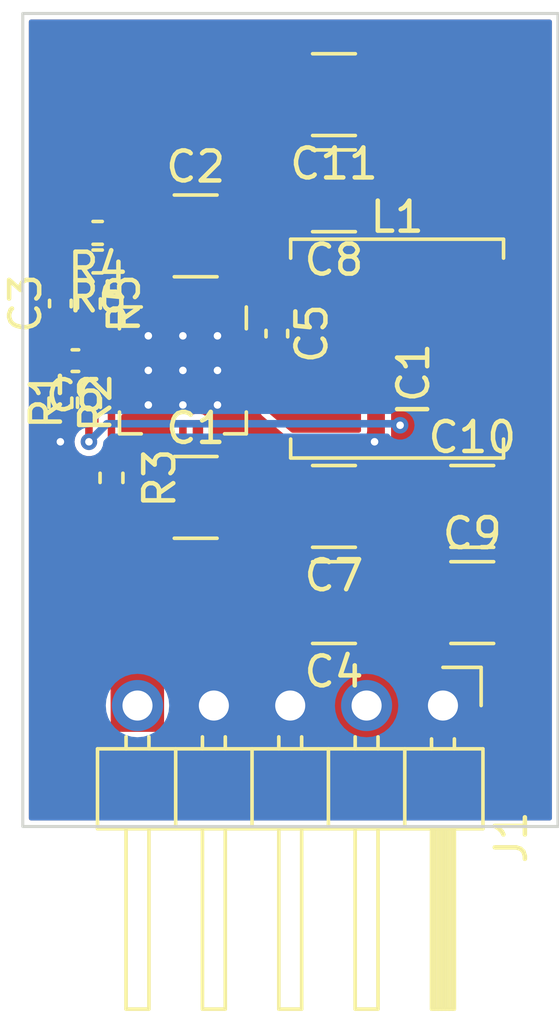
<source format=kicad_pcb>
(kicad_pcb (version 20221018) (generator pcbnew)
  (layers (0 "F.Cu" power) (1 "In1.Cu" signal) (2 "In2.Cu" signal) (31 "B.Cu" power) (34 "B.Paste" user) (35 "F.Paste" user) (36 "B.SilkS" user "B.Silkscreen") (37 "F.SilkS" user "F.Silkscreen") (38 "B.Mask" user) (39 "F.Mask" user) (44 "Edge.Cuts" user))
  (net 0 "")
  (net 1 "/Vin")
  (net 2 "GND")
  (net 3 "Net-(IC1-INTVCC)")
  (net 4 "/Vout")
  (net 5 "Net-(IC1-BST)")
  (net 6 "Net-(C5-Pad2)")
  (net 7 "Net-(IC1-SS)")
  (net 8 "Net-(IC1-RESET)")
  (net 9 "Net-(IC1-FB)")
  (net 10 "Net-(IC1-RT)")
  (net 13 "Net-(IC1-EN{slash}UVLO)")
  (footprint "Resistor_SMD:R_0402_1005Metric" (layer "F.Cu") (at 102.49 107.3 180)
    (fp_text reference "R4" (at 0 -1.17) (layer "F.SilkS"))
    (fp_text value "R")
    (fp_line (start -0.153641 -0.38) (end 0.153641 -0.38) (stroke (width 0.12)) (layer "F.SilkS"))
    (fp_line (start -0.153641 0.38) (end 0.153641 0.38) (stroke (width 0.12)) (layer "F.SilkS"))
    (pad "1" smd roundrect (at -0.51 0 180) (size 0.54 0.64) (layers "F.Cu" "F.Paste" "F.Mask") (net 1 "/Vin"))
    (pad "2" smd roundrect (at 0.51 0 180) (size 0.54 0.64) (layers "F.Cu" "F.Paste" "F.Mask") (net 13 "Net-(IC1-EN{slash}UVLO)"))
  )
  (footprint "Capacitor_SMD:C_1210_3225Metric" (layer "F.Cu") (at 114.95 119.6)
    (fp_text reference "C9" (at 0 -2.3) (layer "F.SilkS"))
    (fp_text value "C")
    (fp_line (start -0.711252 -1.36) (end 0.711252 -1.36) (stroke (width 0.12)) (layer "F.SilkS"))
    (fp_line (start -0.711252 1.36) (end 0.711252 1.36) (stroke (width 0.12)) (layer "F.SilkS"))
    (pad "1" smd roundrect (at -1.475 0) (size 1.15 2.7) (layers "F.Cu" "F.Paste" "F.Mask") (roundrect_rratio 0.217391) (net 4 "/Vout"))
    (pad "2" smd roundrect (at 1.475 0) (size 1.15 2.7) (layers "F.Cu" "F.Paste" "F.Mask") (roundrect_rratio 0.217391) (net 2 "GND"))
  )
  (footprint "Capacitor_SMD:C_1210_3225Metric" (layer "F.Cu") (at 110.35 119.6 180)
    (fp_text reference "C4" (at 0 -2.3) (layer "F.SilkS"))
    (fp_text value "C")
    (fp_line (start -0.711252 -1.36) (end 0.711252 -1.36) (stroke (width 0.12)) (layer "F.SilkS"))
    (fp_line (start -0.711252 1.36) (end 0.711252 1.36) (stroke (width 0.12)) (layer "F.SilkS"))
    (pad "1" smd roundrect (at -1.475 0 180) (size 1.15 2.7) (layers "F.Cu" "F.Paste" "F.Mask") (roundrect_rratio 0.217391) (net 4 "/Vout"))
    (pad "2" smd roundrect (at 1.475 0 180) (size 1.15 2.7) (layers "F.Cu" "F.Paste" "F.Mask") (roundrect_rratio 0.217391) (net 2 "GND"))
  )
  (footprint "Resistor_SMD:R_0402_1005Metric" (layer "F.Cu") (at 102.49 108.25 180)
    (fp_text reference "R6" (at 0 -1.17) (layer "F.SilkS"))
    (fp_text value "R")
    (fp_line (start -0.153641 -0.38) (end 0.153641 -0.38) (stroke (width 0.12)) (layer "F.SilkS"))
    (fp_line (start -0.153641 0.38) (end 0.153641 0.38) (stroke (width 0.12)) (layer "F.SilkS"))
    (pad "1" smd roundrect (at -0.51 0 180) (size 0.54 0.64) (layers "F.Cu" "F.Paste" "F.Mask") (net 13 "Net-(IC1-EN{slash}UVLO)"))
    (pad "2" smd roundrect (at 0.51 0 180) (size 0.54 0.64) (layers "F.Cu" "F.Paste" "F.Mask") (net 2 "GND"))
  )
  (footprint "Capacitor_SMD:C_1210_3225Metric" (layer "F.Cu") (at 110.35 105.9 180)
    (fp_text reference "C8" (at 0 -2.3) (layer "F.SilkS"))
    (fp_text value "C")
    (fp_line (start -0.711252 -1.36) (end 0.711252 -1.36) (stroke (width 0.12)) (layer "F.SilkS"))
    (fp_line (start -0.711252 1.36) (end 0.711252 1.36) (stroke (width 0.12)) (layer "F.SilkS"))
    (pad "1" smd roundrect (at -1.475 0 180) (size 1.15 2.7) (layers "F.Cu" "F.Paste" "F.Mask") (roundrect_rratio 0.217391) (net 4 "/Vout"))
    (pad "2" smd roundrect (at 1.475 0 180) (size 1.15 2.7) (layers "F.Cu" "F.Paste" "F.Mask") (roundrect_rratio 0.217391) (net 2 "GND"))
  )
  (footprint "Inductor_SMD:L_Coilcraft_XAL6060-XXX" (layer "F.Cu") (at 112.45 111.15)
    (fp_text reference "L1" (at 0 -4.38) (layer "F.SilkS"))
    (fp_text value "L" hide)
    (fp_line (start -3.54 -3.64) (end -3.54 -3.01) (stroke (width 0.12)) (layer "F.SilkS"))
    (fp_line (start -3.54 -3.64) (end 3.54 -3.64) (stroke (width 0.12)) (layer "F.SilkS"))
    (fp_line (start -3.54 3.64) (end -3.54 3.01) (stroke (width 0.12)) (layer "F.SilkS"))
    (fp_line (start -3.54 3.64) (end 3.54 3.64) (stroke (width 0.12)) (layer "F.SilkS"))
    (fp_line (start 3.54 -3.64) (end 3.54 -3.01) (stroke (width 0.12)) (layer "F.SilkS"))
    (fp_line (start 3.54 3.64) (end 3.54 3.01) (stroke (width 0.12)) (layer "F.SilkS"))
    (pad "1" smd rect (at -2.02 0) (size 1.43 5.5) (layers "F.Cu" "F.Paste" "F.Mask") (net 6 "Net-(C5-Pad2)"))
    (pad "2" smd rect (at 2.02 0) (size 1.43 5.5) (layers "F.Cu" "F.Paste" "F.Mask") (net 4 "/Vout"))
  )
  (footprint "Resistor_SMD:R_0402_1005Metric" (layer "F.Cu") (at 102.2 109.65 -90)
    (fp_text reference "R5" (at 0 -1.17 90) (layer "F.SilkS"))
    (fp_text value "R" hide)
    (fp_line (start -0.153641 -0.38) (end 0.153641 -0.38) (stroke (width 0.12)) (layer "F.SilkS"))
    (fp_line (start -0.153641 0.38) (end 0.153641 0.38) (stroke (width 0.12)) (layer "F.SilkS"))
    (pad "1" smd roundrect (at -0.51 0 270) (size 0.54 0.64) (layers "F.Cu" "F.Paste" "F.Mask") (net 8 "Net-(IC1-RESET)"))
    (pad "2" smd roundrect (at 0.51 0 270) (size 0.54 0.64) (layers "F.Cu" "F.Paste" "F.Mask") (net 3 "Net-(IC1-INTVCC)"))
  )
  (footprint "Capacitor_SMD:C_1210_3225Metric" (layer "F.Cu") (at 114.95 116.4)
    (fp_text reference "C10" (at 0 -2.3) (layer "F.SilkS"))
    (fp_text value "C")
    (fp_line (start -0.711252 -1.36) (end 0.711252 -1.36) (stroke (width 0.12)) (layer "F.SilkS"))
    (fp_line (start -0.711252 1.36) (end 0.711252 1.36) (stroke (width 0.12)) (layer "F.SilkS"))
    (pad "1" smd roundrect (at -1.475 0) (size 1.15 2.7) (layers "F.Cu" "F.Paste" "F.Mask") (roundrect_rratio 0.217391) (net 4 "/Vout"))
    (pad "2" smd roundrect (at 1.475 0) (size 1.15 2.7) (layers "F.Cu" "F.Paste" "F.Mask") (roundrect_rratio 0.217391) (net 2 "GND"))
  )
  (footprint "Capacitor_SMD:C_1210_3225Metric" (layer "F.Cu") (at 105.75 116.1)
    (fp_text reference "C1" (at 0 -2.3) (layer "F.SilkS"))
    (fp_text value "C")
    (fp_line (start -0.711252 -1.36) (end 0.711252 -1.36) (stroke (width 0.12)) (layer "F.SilkS"))
    (fp_line (start -0.711252 1.36) (end 0.711252 1.36) (stroke (width 0.12)) (layer "F.SilkS"))
    (pad "1" smd roundrect (at -1.475 0) (size 1.15 2.7) (layers "F.Cu" "F.Paste" "F.Mask") (roundrect_rratio 0.217391) (net 1 "/Vin"))
    (pad "2" smd roundrect (at 1.475 0) (size 1.15 2.7) (layers "F.Cu" "F.Paste" "F.Mask") (roundrect_rratio 0.217391) (net 2 "GND"))
  )
  (footprint "Capacitor_SMD:C_0402_1005Metric" (layer "F.Cu") (at 101.25 109.65 90)
    (fp_text reference "C3" (at 0 -1.16 90) (layer "F.SilkS"))
    (fp_text value "C")
    (fp_line (start -0.107836 -0.36) (end 0.107836 -0.36) (stroke (width 0.12)) (layer "F.SilkS"))
    (fp_line (start -0.107836 0.36) (end 0.107836 0.36) (stroke (width 0.12)) (layer "F.SilkS"))
    (pad "1" smd roundrect (at -0.48 0 90) (size 0.56 0.62) (layers "F.Cu" "F.Paste" "F.Mask") (net 3 "Net-(IC1-INTVCC)"))
    (pad "2" smd roundrect (at 0.48 0 90) (size 0.56 0.62) (layers "F.Cu" "F.Paste" "F.Mask") (net 2 "GND") (thermal_bridge_width 0.5) (thermal_gap 0.5))
  )
  (footprint "Capacitor_SMD:C_1210_3225Metric" (layer "F.Cu") (at 105.75 107.4)
    (fp_text reference "C2" (at 0 -2.3) (layer "F.SilkS"))
    (fp_text value "C")
    (fp_line (start -0.711252 -1.36) (end 0.711252 -1.36) (stroke (width 0.12)) (layer "F.SilkS"))
    (fp_line (start -0.711252 1.36) (end 0.711252 1.36) (stroke (width 0.12)) (layer "F.SilkS"))
    (pad "1" smd roundrect (at -1.475 0) (size 1.15 2.7) (layers "F.Cu" "F.Paste" "F.Mask") (roundrect_rratio 0.217391) (net 1 "/Vin"))
    (pad "2" smd roundrect (at 1.475 0) (size 1.15 2.7) (layers "F.Cu" "F.Paste" "F.Mask") (roundrect_rratio 0.217391) (net 2 "GND"))
  )
  (footprint "Resistor_SMD:R_0402_1005Metric" (layer "F.Cu") (at 102.2 112.95 90)
    (fp_text reference "R1" (at 0.11 -1.42 90) (layer "F.SilkS"))
    (fp_text value "R")
    (fp_line (start -0.153641 -0.38) (end 0.153641 -0.38) (stroke (width 0.12)) (layer "F.SilkS"))
    (fp_line (start -0.153641 0.38) (end 0.153641 0.38) (stroke (width 0.12)) (layer "F.SilkS"))
    (pad "1" smd roundrect (at -0.51 0 90) (size 0.54 0.64) (layers "F.Cu" "F.Paste" "F.Mask") (net 4 "/Vout"))
    (pad "2" smd roundrect (at 0.51 0 90) (size 0.54 0.64) (layers "F.Cu" "F.Paste" "F.Mask") (net 9 "Net-(IC1-FB)"))
  )
  (footprint "Capacitor_SMD:C_0402_1005Metric" (layer "F.Cu") (at 108.45 110.65 -90)
    (fp_text reference "C5" (at 0 -1.16 90) (layer "F.SilkS"))
    (fp_text value "C")
    (fp_line (start -0.107836 -0.36) (end 0.107836 -0.36) (stroke (width 0.12)) (layer "F.SilkS"))
    (fp_line (start -0.107836 0.36) (end 0.107836 0.36) (stroke (width 0.12)) (layer "F.SilkS"))
    (pad "1" smd roundrect (at -0.48 0 270) (size 0.56 0.62) (layers "F.Cu" "F.Paste" "F.Mask") (net 5 "Net-(IC1-BST)"))
    (pad "2" smd roundrect (at 0.48 0 270) (size 0.56 0.62) (layers "F.Cu" "F.Paste" "F.Mask") (net 6 "Net-(C5-Pad2)"))
  )
  (footprint "Capacitor_SMD:C_0402_1005Metric" (layer "F.Cu") (at 101.75 111.55 180)
    (fp_text reference "C6" (at 0 -1.16) (layer "F.SilkS"))
    (fp_text value "C")
    (fp_line (start -0.107836 -0.36) (end 0.107836 -0.36) (stroke (width 0.12)) (layer "F.SilkS"))
    (fp_line (start -0.107836 0.36) (end 0.107836 0.36) (stroke (width 0.12)) (layer "F.SilkS"))
    (pad "1" smd roundrect (at -0.48 0 180) (size 0.56 0.62) (layers "F.Cu" "F.Paste" "F.Mask") (net 7 "Net-(IC1-SS)"))
    (pad "2" smd roundrect (at 0.48 0 180) (size 0.56 0.62) (layers "F.Cu" "F.Paste" "F.Mask") (net 2 "GND"))
  )
  (footprint "Capacitor_SMD:C_1210_3225Metric" (layer "F.Cu") (at 110.35 116.4 180)
    (fp_text reference "C7" (at 0 -2.3) (layer "F.SilkS"))
    (fp_text value "C" hide)
    (fp_line (start -0.711252 -1.36) (end 0.711252 -1.36) (stroke (width 0.12)) (layer "F.SilkS"))
    (fp_line (start -0.711252 1.36) (end 0.711252 1.36) (stroke (width 0.12)) (layer "F.SilkS"))
    (pad "1" smd roundrect (at -1.475 0 180) (size 1.15 2.7) (layers "F.Cu" "F.Paste" "F.Mask") (roundrect_rratio 0.217391) (net 4 "/Vout"))
    (pad "2" smd roundrect (at 1.475 0 180) (size 1.15 2.7) (layers "F.Cu" "F.Paste" "F.Mask") (roundrect_rratio 0.217391) (net 2 "GND"))
  )
  (footprint "Resistor_SMD:R_0402_1005Metric" (layer "F.Cu") (at 102.95 115.45 -90)
    (fp_text reference "R3" (at 0.01 -1.6 -270) (layer "F.SilkS"))
    (fp_text value "R" hide)
    (fp_line (start -0.153641 -0.38) (end 0.153641 -0.38) (stroke (width 0.12)) (layer "F.SilkS"))
    (fp_line (start -0.153641 0.38) (end 0.153641 0.38) (stroke (width 0.12)) (layer "F.SilkS"))
    (pad "1" smd roundrect (at -0.51 0 270) (size 0.54 0.64) (layers "F.Cu" "F.Paste" "F.Mask") (net 10 "Net-(IC1-RT)"))
    (pad "2" smd roundrect (at 0.51 0 270) (size 0.54 0.64) (layers "F.Cu" "F.Paste" "F.Mask") (net 2 "GND"))
  )
  (footprint "Audio-DSP:TQFN-20-1EP_4x4mm_P0.5mm_EP2.9x2.9mm_ThermalVias_(JLCPCB_Compatible)" (layer "F.Cu") (at 105.325 111.875 -90)
    (fp_text reference "IC1" (at 0.3125 -7.67 90) (layer "F.SilkS"))
    (fp_text value "MAX17634C")
    (fp_line (start -2.11 2.11) (end -2.11 1.385) (stroke (width 0.12)) (layer "F.SilkS"))
    (fp_line (start -1.385 -2.11) (end -2.11 -2.11) (stroke (width 0.12)) (layer "F.SilkS"))
    (fp_line (start -1.385 2.11) (end -2.11 2.11) (stroke (width 0.12)) (layer "F.SilkS"))
    (fp_line (start 1.385 -2.11) (end 2.11 -2.11) (stroke (width 0.12)) (layer "F.SilkS"))
    (fp_line (start 1.385 2.11) (end 2.11 2.11) (stroke (width 0.12)) (layer "F.SilkS"))
    (fp_line (start 2.11 -2.11) (end 2.11 -1.385) (stroke (width 0.12)) (layer "F.SilkS"))
    (fp_line (start 2.11 2.11) (end 2.11 1.385) (stroke (width 0.12)) (layer "F.SilkS"))
    (pad "1" smd roundrect (at -2.0125 -1 270) (size 0.725 0.25) (layers "F.Cu" "F.Paste" "F.Mask") (net 2 "GND"))
    (pad "2" smd roundrect (at -2.0125 -0.5 270) (size 0.725 0.25) (layers "F.Cu" "F.Paste" "F.Mask") (net 1 "/Vin"))
    (pad "3" smd roundrect (at -2.0125 0 270) (size 0.725 0.25) (layers "F.Cu" "F.Paste" "F.Mask") (net 1 "/Vin"))
    (pad "4" smd roundrect (at -2.0125 0.5 270) (size 0.725 0.25) (layers "F.Cu" "F.Paste" "F.Mask") (net 13 "Net-(IC1-EN{slash}UVLO)"))
    (pad "5" smd roundrect (at -2.0125 1 270) (size 0.725 0.25) (layers "F.Cu" "F.Paste" "F.Mask") (net 8 "Net-(IC1-RESET)"))
    (pad "6" smd roundrect (at -1 2.0125 270) (size 0.25 0.725) (layers "F.Cu" "F.Paste" "F.Mask") (net 3 "Net-(IC1-INTVCC)"))
    (pad "7" smd roundrect (at -0.5 2.0125 270) (size 0.25 0.725) (layers "F.Cu" "F.Paste" "F.Mask") (net 2 "GND"))
    (pad "8" smd roundrect (at 0 2.0125 270) (size 0.25 0.725) (layers "F.Cu" "F.Paste" "F.Mask") (net 7 "Net-(IC1-SS)"))
    (pad "9" smd roundrect (at 0.5 2.0125 270) (size 0.25 0.725) (layers "F.Cu" "F.Paste" "F.Mask") (net 9 "Net-(IC1-FB)"))
    (pad "10" smd roundrect (at 1 2.0125 270) (size 0.25 0.725) (layers "F.Cu" "F.Paste" "F.Mask") (net 10 "Net-(IC1-RT)"))
    (pad "11" smd roundrect (at 2.0125 1 270) (size 0.725 0.25) (layers "F.Cu" "F.Paste" "F.Mask") (net 2 "GND"))
    (pad "12" smd roundrect (at 2.0125 0.5 270) (size 0.725 0.25) (layers "F.Cu" "F.Paste" "F.Mask") (net 2 "GND"))
    (pad "13" smd roundrect (at 2.0125 0 270) (size 0.725 0.25) (layers "F.Cu" "F.Paste" "F.Mask"))
    (pad "14" smd roundrect (at 2.0125 -0.5 270) (size 0.725 0.25) (layers "F.Cu" "F.Paste" "F.Mask") (net 1 "/Vin"))
    (pad "15" smd roundrect (at 2.0125 -1 270) (size 0.725 0.25) (layers "F.Cu" "F.Paste" "F.Mask") (net 2 "GND"))
    (pad "16" smd roundrect (at 1 -2.0125 270) (size 0.25 0.725) (layers "F.Cu" "F.Paste" "F.Mask"))
    (pad "17" smd roundrect (at 0.5 -2.0125 270) (size 0.25 0.725) (layers "F.Cu" "F.Paste" "F.Mask") (net 6 "Net-(C5-Pad2)"))
    (pad "18" smd roundrect (at 0 -2.0125 270) (size 0.25 0.725) (layers "F.Cu" "F.Paste" "F.Mask") (net 6 "Net-(C5-Pad2)"))
    (pad "19" smd roundrect (at -0.5 -2.0125 270) (size 0.25 0.725) (layers "F.Cu" "F.Paste" "F.Mask") (net 6 "Net-(C5-Pad2)"))
    (pad "20" smd roundrect (at -1 -2.0125 270) (size 0.25 0.725) (layers "F.Cu" "F.Paste" "F.Mask") (net 5 "Net-(IC1-BST)"))
    (pad "21" thru_hole circle (at -1.15 -1.15 270) (size 0.55 0.55) (drill 0.25) (layers "*.Cu") (net 2 "GND"))
    (pad "21" thru_hole circle (at -1.15 0 270) (size 0.55 0.55) (drill 0.25) (layers "*.Cu") (net 2 "GND"))
    (pad "21" thru_hole circle (at -1.15 1.15 270) (size 0.55 0.55) (drill 0.25) (layers "*.Cu") (net 2 "GND"))
    (pad "21" thru_hole circle (at 0 -1.15 270) (size 0.55 0.55) (drill 0.25) (layers "*.Cu") (net 2 "GND"))
    (pad "21" thru_hole circle (at 0 0 270) (size 0.55 0.55) (drill 0.25) (layers "*.Cu") (net 2 "GND"))
    (pad "21" smd rect (at 0 0 270) (size 2.9 2.9) (layers "F.Cu" "F.Mask") (net 2 "GND"))
    (pad "21" smd rect (at 0 0 270) (size 2.9 2.9) (layers "B.Cu") (net 2 "GND"))
    (pad "21" thru_hole circle (at 0 1.15 270) (size 0.55 0.55) (drill 0.25) (layers "*.Cu") (net 2 "GND"))
    (pad "21" thru_hole circle (at 1.15 -1.15 270) (size 0.55 0.55) (drill 0.25) (layers "*.Cu") (net 2 "GND"))
    (pad "21" thru_hole circle (at 1.15 0 270) (size 0.55 0.55) (drill 0.25) (layers "*.Cu") (net 2 "GND"))
    (pad "21" thru_hole circle (at 1.15 1.15 270) (size 0.55 0.55) (drill 0.25) (layers "*.Cu") (net 2 "GND"))
  )
  (footprint "Connector_PinHeader_2.54mm:PinHeader_1x05_P2.54mm_Horizontal" (layer "F.Cu") (at 113.975 123.025 -90)
    (fp_text reference "J1" (at 4.385 -2.27 90) (layer "F.SilkS"))
    (fp_text value "Conn_01x05")
    (fp_line (start -1.27 -1.27) (end 0 -1.27) (stroke (width 0.12)) (layer "F.SilkS"))
    (fp_line (start -1.27 0) (end -1.27 -1.27) (stroke (width 0.12)) (layer "F.SilkS"))
    (fp_line (start 1.042929 2.16) (end 1.44 2.16) (stroke (width 0.12)) (layer "F.SilkS"))
    (fp_line (start 1.042929 2.92) (end 1.44 2.92) (stroke (width 0.12)) (layer "F.SilkS"))
    (fp_line (start 1.042929 4.7) (end 1.44 4.7) (stroke (width 0.12)) (layer "F.SilkS"))
    (fp_line (start 1.042929 5.46) (end 1.44 5.46) (stroke (width 0.12)) (layer "F.SilkS"))
    (fp_line (start 1.042929 7.24) (end 1.44 7.24) (stroke (width 0.12)) (layer "F.SilkS"))
    (fp_line (start 1.042929 8) (end 1.44 8) (stroke (width 0.12)) (layer "F.SilkS"))
    (fp_line (start 1.042929 9.78) (end 1.44 9.78) (stroke (width 0.12)) (layer "F.SilkS"))
    (fp_line (start 1.042929 10.54) (end 1.44 10.54) (stroke (width 0.12)) (layer "F.SilkS"))
    (fp_line (start 1.11 -0.38) (end 1.44 -0.38) (stroke (width 0.12)) (layer "F.SilkS"))
    (fp_line (start 1.11 0.38) (end 1.44 0.38) (stroke (width 0.12)) (layer "F.SilkS"))
    (fp_line (start 1.44 -1.33) (end 1.44 11.49) (stroke (width 0.12)) (layer "F.SilkS"))
    (fp_line (start 1.44 1.27) (end 4.1 1.27) (stroke (width 0.12)) (layer "F.SilkS"))
    (fp_line (start 1.44 3.81) (end 4.1 3.81) (stroke (width 0.12)) (layer "F.SilkS"))
    (fp_line (start 1.44 6.35) (end 4.1 6.35) (stroke (width 0.12)) (layer "F.SilkS"))
    (fp_line (start 1.44 8.89) (end 4.1 8.89) (stroke (width 0.12)) (layer "F.SilkS"))
    (fp_line (start 1.44 11.49) (end 4.1 11.49) (stroke (width 0.12)) (layer "F.SilkS"))
    (fp_line (start 4.1 -1.33) (end 1.44 -1.33) (stroke (width 0.12)) (layer "F.SilkS"))
    (fp_line (start 4.1 -0.38) (end 10.1 -0.38) (stroke (width 0.12)) (layer "F.SilkS"))
    (fp_line (start 4.1 -0.32) (end 10.1 -0.32) (stroke (width 0.12)) (layer "F.SilkS"))
    (fp_line (start 4.1 -0.2) (end 10.1 -0.2) (stroke (width 0.12)) (layer "F.SilkS"))
    (fp_line (start 4.1 -0.08) (end 10.1 -0.08) (stroke (width 0.12)) (layer "F.SilkS"))
    (fp_line (start 4.1 0.04) (end 10.1 0.04) (stroke (width 0.12)) (layer "F.SilkS"))
    (fp_line (start 4.1 0.16) (end 10.1 0.16) (stroke (width 0.12)) (layer "F.SilkS"))
    (fp_line (start 4.1 0.28) (end 10.1 0.28) (stroke (width 0.12)) (layer "F.SilkS"))
    (fp_line (start 4.1 2.16) (end 10.1 2.16) (stroke (width 0.12)) (layer "F.SilkS"))
    (fp_line (start 4.1 4.7) (end 10.1 4.7) (stroke (width 0.12)) (layer "F.SilkS"))
    (fp_line (start 4.1 7.24) (end 10.1 7.24) (stroke (width 0.12)) (layer "F.SilkS"))
    (fp_line (start 4.1 9.78) (end 10.1 9.78) (stroke (width 0.12)) (layer "F.SilkS"))
    (fp_line (start 4.1 11.49) (end 4.1 -1.33) (stroke (width 0.12)) (layer "F.SilkS"))
    (fp_line (start 10.1 -0.38) (end 10.1 0.38) (stroke (width 0.12)) (layer "F.SilkS"))
    (fp_line (start 10.1 0.38) (end 4.1 0.38) (stroke (width 0.12)) (layer "F.SilkS"))
    (fp_line (start 10.1 2.16) (end 10.1 2.92) (stroke (width 0.12)) (layer "F.SilkS"))
    (fp_line (start 10.1 2.92) (end 4.1 2.92) (stroke (width 0.12)) (layer "F.SilkS"))
    (fp_line (start 10.1 4.7) (end 10.1 5.46) (stroke (width 0.12)) (layer "F.SilkS"))
    (fp_line (start 10.1 5.46) (end 4.1 5.46) (stroke (width 0.12)) (layer "F.SilkS"))
    (fp_line (start 10.1 7.24) (end 10.1 8) (stroke (width 0.12)) (layer "F.SilkS"))
    (fp_line (start 10.1 8) (end 4.1 8) (stroke (width 0.12)) (layer "F.SilkS"))
    (fp_line (start 10.1 9.78) (end 10.1 10.54) (stroke (width 0.12)) (layer "F.SilkS"))
    (fp_line (start 10.1 10.54) (end 4.1 10.54) (stroke (width 0.12)) (layer "F.SilkS"))
    (pad "1" thru_hole rect (at 0 0 270) (size 1.7 1.7) (drill 1) (layers "*.Cu" "*.Mask") (net 2 "GND"))
    (pad "2" thru_hole oval (at 0 2.54 270) (size 1.7 1.7) (drill 1) (layers "*.Cu" "*.Mask") (net 4 "/Vout"))
    (pad "3" thru_hole oval (at 0 5.08 270) (size 1.7 1.7) (drill 1) (layers "*.Cu" "*.Mask") (net 2 "GND"))
    (pad "4" thru_hole oval (at 0 7.62 270) (size 1.7 1.7) (drill 1) (layers "*.Cu" "*.Mask") (net 2 "GND"))
    (pad "5" thru_hole oval (at 0 10.16 270) (size 1.7 1.7) (drill 1) (layers "*.Cu" "*.Mask") (net 1 "/Vin"))
  )
  (footprint "Resistor_SMD:R_0402_1005Metric" (layer "F.Cu") (at 101.25 112.95 -90)
    (fp_text reference "R2" (at 0 -1.17 90) (layer "F.SilkS"))
    (fp_text value "R" hide)
    (fp_line (start -0.153641 -0.38) (end 0.153641 -0.38) (stroke (width 0.12)) (layer "F.SilkS"))
    (fp_line (start -0.153641 0.38) (end 0.153641 0.38) (stroke (width 0.12)) (layer "F.SilkS"))
    (pad "1" smd roundrect (at -0.51 0 270) (size 0.54 0.64) (layers "F.Cu" "F.Paste" "F.Mask") (net 9 "Net-(IC1-FB)"))
    (pad "2" smd roundrect (at 0.51 0 270) (size 0.54 0.64) (layers "F.Cu" "F.Paste" "F.Mask") (net 2 "GND"))
  )
  (footprint "Capacitor_SMD:C_1210_3225Metric" (layer "F.Cu") (at 110.35 102.7 180)
    (fp_text reference "C11" (at 0 -2.3) (layer "F.SilkS"))
    (fp_text value "C")
    (fp_line (start -0.711252 -1.36) (end 0.711252 -1.36) (stroke (width 0.12)) (layer "F.SilkS"))
    (fp_line (start -0.711252 1.36) (end 0.711252 1.36) (stroke (width 0.12)) (layer "F.SilkS"))
    (pad "1" smd roundrect (at -1.475 0 180) (size 1.15 2.7) (layers "F.Cu" "F.Paste" "F.Mask") (roundrect_rratio 0.217391) (net 4 "/Vout"))
    (pad "2" smd roundrect (at 1.475 0 180) (size 1.15 2.7) (layers "F.Cu" "F.Paste" "F.Mask") (roundrect_rratio 0.217391) (net 2 "GND"))
  )
  (gr_rect (start 100 100) (end 117.8 127.05) (stroke (width 0.1)) (fill none) (layer "Edge.Cuts"))
  (segment (start 103 107.3) (end 104.175 107.3) (width 0.3) (layer "F.Cu") (net 1))
  (segment (start 104.175 107.3) (end 104.275 107.4) (width 0.3) (layer "F.Cu") (net 1))
  (segment (start 104.325 112.875) (end 105.325 111.875) (width 0.25) (layer "F.Cu") (net 2))
  (segment (start 101.25 113.46) (end 101.25 114.25) (width 0.25) (layer "F.Cu") (net 2))
  (segment (start 103.3125 111.375) (end 104.825 111.375) (width 0.25) (layer "F.Cu") (net 2))
  (segment (start 104.825 113.8875) (end 104.825 112.375) (width 0.25) (layer "F.Cu") (net 2))
  (segment (start 106.325 109.8625) (end 106.325 110.875) (width 0.25) (layer "F.Cu") (net 2))
  (segment (start 104.825 111.375) (end 105.325 111.875) (width 0.25) (layer "F.Cu") (net 2))
  (segment (start 106.325 110.875) (end 105.325 111.875) (width 0.25) (layer "F.Cu") (net 2))
  (segment (start 104.825 112.375) (end 105.325 111.875) (width 0.25) (layer "F.Cu") (net 2))
  (segment (start 106.325 112.875) (end 105.325 111.875) (width 0.25) (layer "F.Cu") (net 2))
  (segment (start 104.325 113.8875) (end 104.325 112.875) (width 0.25) (layer "F.Cu") (net 2))
  (segment (start 106.325 113.8875) (end 106.325 112.875) (width 0.25) (layer "F.Cu") (net 2))
  (via (at 111.7 114.25) (size 0.55) (drill 0.25) (layers "F.Cu" "B.Cu") (net 2))
  (via (at 101.25 114.25) (size 0.55) (drill 0.25) (layers "F.Cu" "B.Cu") (net 2))
  (segment (start 102.17 110.13) (end 102.2 110.16) (width 0.25) (layer "F.Cu") (net 3))
  (segment (start 101.25 110.13) (end 102.17 110.13) (width 0.25) (layer "F.Cu") (net 3))
  (segment (start 103.3125 110.875) (end 103.175 110.875) (width 0.25) (layer "F.Cu") (net 3))
  (segment (start 103.175 110.875) (end 102.46 110.16) (width 0.25) (layer "F.Cu") (net 3))
  (segment (start 102.46 110.16) (end 102.2 110.16) (width 0.25) (layer "F.Cu") (net 3))
  (segment (start 102.2 113.46) (end 102.2 114.25) (width 0.25) (layer "F.Cu") (net 4))
  (via (at 112.55 113.7) (size 0.55) (drill 0.25) (layers "F.Cu" "B.Cu") (net 4))
  (via (at 102.2 114.25) (size 0.55) (drill 0.25) (layers "F.Cu" "B.Cu") (net 4))
  (segment (start 102.8 113.65) (end 112.5 113.65) (width 0.25) (layer "B.Cu") (net 4))
  (segment (start 112.5 113.65) (end 112.55 113.7) (width 0.25) (layer "B.Cu") (net 4))
  (segment (start 102.2 114.25) (end 102.8 113.65) (width 0.25) (layer "B.Cu") (net 4))
  (segment (start 108.407035 110.17) (end 108.45 110.17) (width 0.3) (layer "F.Cu") (net 5))
  (segment (start 107.3375 110.875) (end 107.702035 110.875) (width 0.3) (layer "F.Cu") (net 5))
  (segment (start 107.702035 110.875) (end 108.407035 110.17) (width 0.3) (layer "F.Cu") (net 5))
  (segment (start 102.555 111.875) (end 103.3125 111.875) (width 0.25) (layer "F.Cu") (net 7))
  (segment (start 102.23 111.55) (end 102.555 111.875) (width 0.25) (layer "F.Cu") (net 7))
  (segment (start 102.2 109.14) (end 102.9225 109.8625) (width 0.25) (layer "F.Cu") (net 8))
  (segment (start 102.9225 109.8625) (end 104.325 109.8625) (width 0.25) (layer "F.Cu") (net 8))
  (segment (start 102.265 112.375) (end 103.3125 112.375) (width 0.25) (layer "F.Cu") (net 9))
  (segment (start 101.25 112.44) (end 102.2 112.44) (width 0.25) (layer "F.Cu") (net 9))
  (segment (start 102.2 112.44) (end 102.265 112.375) (width 0.25) (layer "F.Cu") (net 9))
  (segment (start 102.95 113.2375) (end 103.3125 112.875) (width 0.25) (layer "F.Cu") (net 10))
  (segment (start 102.95 114.94) (end 102.95 113.2375) (width 0.25) (layer "F.Cu") (net 10))
  (segment (start 104.825 109.451992) (end 104.825 109.8625) (width 0.25) (layer "F.Cu") (net 13))
  (segment (start 101.98 107.3) (end 102.000538 107.3) (width 0.25) (layer "F.Cu") (net 13))
  (segment (start 103 108.25) (end 103 108.363173) (width 0.25) (layer "F.Cu") (net 13))
  (segment (start 102.000538 107.3) (end 102.950538 108.25) (width 0.25) (layer "F.Cu") (net 13))
  (segment (start 103.811827 109.175) (end 104.548008 109.175) (width 0.25) (layer "F.Cu") (net 13))
  (segment (start 102.950538 108.25) (end 103 108.25) (width 0.25) (layer "F.Cu") (net 13))
  (segment (start 103 108.363173) (end 103.811827 109.175) (width 0.25) (layer "F.Cu") (net 13))
  (segment (start 104.548008 109.175) (end 104.825 109.451992) (width 0.25) (layer "F.Cu") (net 13))
  (zone (net 1) (net_name "/Vin") (layer "F.Cu") (name "Vin") (priority 1) (connect_pads yes (clearance 0.15)) (min_thickness 0.15) (fill yes (thermal_gap 0.5) (thermal_bridge_width 0.5))
    (polygon (pts (xy 103.7 106.05) (xy 103.7 108.75) (xy 105.2 108.75) (xy 105.2 110.15) (xy 105.2 110.2) (xy 105.95 110.2) (xy 105.95 106.05)))
  )
  (zone (net 1) (net_name "/Vin") (layer "F.Cu") (name "Vin") (priority 1) (connect_pads yes (clearance 0.15)) (min_thickness 0.15) (fill yes (thermal_gap 0.5) (thermal_bridge_width 0.5))
    (polygon (pts (xy 104.7 123.9) (xy 102.924054 123.9) (xy 102.900706 117.548335) (xy 103.7 116.683264) (xy 103.7 115.95) (xy 103.711767 114.4) (xy 105.5 114.4) (xy 105.55 114.35) (xy 105.55 113.55) (xy 106 113.55) (xy 106.1 113.55) (xy 106.1 120.873229) (xy 104.7 122.323229)))
  )
  (zone (net 6) (net_name "Net-(C5-Pad2)") (layer "F.Cu") (name "lx") (priority 3) (connect_pads yes (clearance 0.15)) (min_thickness 0.15) (fill yes (thermal_gap 0.5) (thermal_bridge_width 0.5))
    (polygon (pts (xy 107 111.5) (xy 107.7 111.5) (xy 107.7 111.75) (xy 107 111.75) (xy 107 112) (xy 107.7 112) (xy 107.7 112.25) (xy 107.28568 112.25) (xy 107.147573 112.25) (xy 107 112.25) (xy 107 112.5) (xy 107.7 112.5) (xy 108.1 113.23098) (xy 108.95 113.95) (xy 111.25 113.95) (xy 111.25 108.35) (xy 109.522596 108.35) (xy 108.75 108.906986) (xy 108.75 110.5) (xy 108 110.610769) (xy 107 111.3)))
  )
  (zone (net 4) (net_name "/Vout") (layer "F.Cu") (name "Vout") (priority 1) (connect_pads yes (clearance 0.15)) (min_thickness 0.15) (fill yes (thermal_gap 0.5) (thermal_bridge_width 0.5))
    (polygon (pts (xy 110.85 100.9) (xy 110.85 107.553906) (xy 112.920098 107.5) (xy 112.25 107.5) (xy 112.25 114.748684) (xy 110.3 114.8) (xy 110.3 115.5) (xy 110.3 124.1) (xy 115.25 124.1) (xy 115.1 124.25) (xy 115.1 114.75) (xy 115.95 113.95) (xy 115.95 113.95) (xy 115.95 100.95) (xy 115.9 100.9)))
  )
  (zone (net 2) (net_name "GND") (layers "F.Cu" "In1.Cu" "In2.Cu" "B.Cu") (name "GND") (connect_pads yes (clearance 0.15)) (min_thickness 0.15) (fill yes (thermal_gap 0.5) (thermal_bridge_width 0.5))
    (polygon (pts (xy 100 100) (xy 117.8 100) (xy 117.8 127.05) (xy 100 127.05)))
  )
)
</source>
